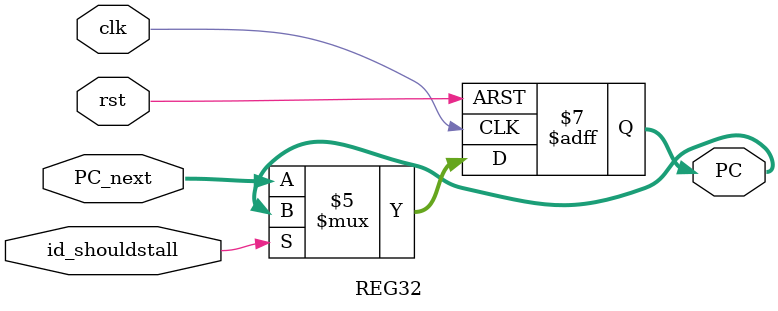
<source format=v>
`timescale 1ns / 1ps
module REG32(input clk,
				 input rst,
				 input id_shouldstall,
				 input [31:0] PC_next,
				 output reg [31:0] PC = 0
    );
always @(posedge clk or posedge rst)
	if (rst) PC <= 0;
	else if (id_shouldstall == 1) PC <= PC;
		  else PC <= PC_next;

endmodule

</source>
